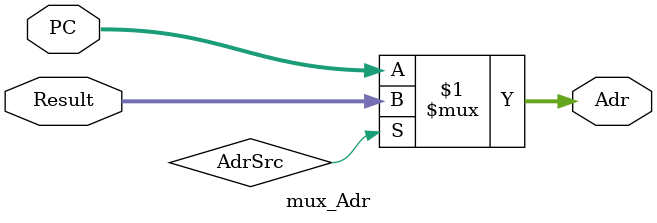
<source format=sv>
module mux_Adr(
    input logic     [31:0] PC,
    input logic     [31:0] Result,
    output logic    [31:0] Adr,
);

assign Adr = AdrSrc ? Result : PC;

endmodule

</source>
